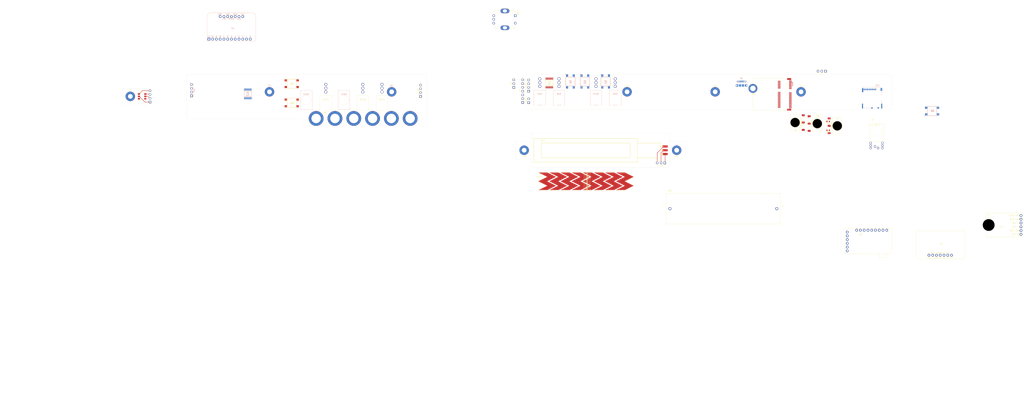
<source format=kicad_pcb>
(kicad_pcb (version 20211014) (generator pcbnew)
  (layers (0 "F.Cu" signal) (31 "B.Cu" signal) (34 "B.Paste" user) (35 "F.Paste" user) (36 "B.SilkS" user "B.Silkscreen") (37 "F.SilkS" user "F.Silkscreen") (38 "B.Mask" user) (39 "F.Mask" user) (44 "Edge.Cuts" user))
  (net 0 "")
  (net 14 "Net-(J4-PadR)")
  (net 15 "Net-(J4-PadS)")
  (net 16 "i2c_scl")
  (net 17 "GND")
  (net 25 "i2c_sda")
  (net 30 "Net-(U3-Pad16)")
  (net 45 "unconnected-(U1-Pad5)")
  (net 114 "Net-(J19-Pad6)")
  (net 118 "Net-(J19-PadP1)")
  (net 119 "Net-(J10-Pad2)")
  (net 124 "+3V3")
  (net 125 "Net-(U3-Pad5)")
  (net 126 "Net-(U3-Pad6)")
  (net 127 "Net-(U3-Pad7)")
  (net 128 "Net-(U3-Pad8)")
  (net 129 "Net-(U3-Pad9)")
  (net 137 "Net-(U3-Pad4)")
  (footprint "clarinoid2:MPR121_hdr_0keys_copy" (layer "F.Cu") (at 420.086 -46.647)
    (fp_text reference "U2")
    (fp_text value "AdafruitMPR121")
  )
  (footprint "clarinoid2:KEYSTONE_1043" (layer "F.Cu") (at 277.396 -69.242)
    (fp_text reference "BT1")
    (fp_text value "Battery_Cell")
  )
  (footprint "clarinoid2:solder point DIP 1x3" (layer "F.Cu") (at 343.896 -162.242 180)
    (fp_text reference "J1")
    (fp_text value "LEDHdr")
  )
  (footprint "clarinoid2:solder point DIP 1x7" (layer "F.Cu") (at 141.896 -148.702 90)
    (fp_text reference "J2")
    (fp_text value "OLEDHdr")
  )
  (footprint "clarinoid2:solder point DIP 1x4" (layer "F.Cu") (at -109.816 -145.162 90)
    (fp_text reference "J7")
    (fp_text value "BREATHI2CHdr")
  )
  (footprint "clarinoid2:MAT060-B100K-231-A01" (layer "F.Cu") (at 184.001 -118.912 180)
    (fp_text reference "RV2")
    (fp_text value "PITCH")
  )
  (footprint "clarinoid3:Bourns_ENC_PEC11R-4215F-S0024" (layer "F.Cu") (at 129.896 -197.242 -90)
    (fp_text reference "SW9")
    (fp_text value "Rotary_Encoder_Switch")
  )
  (footprint "clarinoid2:MB2511S2G45" (layer "F.Cu") (at 33.896 -148.162)
    (fp_text reference "SW10")
    (fp_text value "LHx1")
  )
  (footprint "clarinoid2:MB2511S2G45" (layer "F.Cu") (at 46.896 -148.162)
    (fp_text reference "SW11")
    (fp_text value "LHx2")
  )
  (footprint "clarinoid2:MB2511S2G45" (layer "F.Cu") (at 8.896 -148.162)
    (fp_text reference "SW13")
    (fp_text value "LHx3")
  )
  (footprint "clarinoid2:MH-CD42_flip_window" (layer "F.Cu") (at 467.520582 -60.274 180)
    (fp_text reference "U5")
    (fp_text value "MH-CD42")
  )
  (footprint "clarinoid2:HILETGOPCM5102" (layer "F.Cu") (at 378.896 -43.242)
    (fp_text reference "U6")
    (fp_text value "PCM5102")
  )
  (footprint "clarinoid2:SON160P500X500X140-6N" (layer "F.Cu") (at -115.15 -145.162)
    (fp_text reference "U7")
    (fp_text value "HoneywellABPMAND001PG2A3")
  )
  (footprint "CapTouchSliders:CaptouchSlider_Masked_x8_2pt_12x6x6x1.5mm" (layer "F.Cu") (at 152.396 -85.742)
    (fp_text reference "REF**")
    (fp_text value "CaptouchSlider_Masked_x8_2pt_12x6x6x1.5mm")
  )
  (footprint "MountingHole:MountingHole_3.2mm_M3_Pad" (layer "F.Cu") (at 271.896 -148.242)
    (fp_text reference "H2")
    (fp_text value "rh_h2")
  )
  (footprint "MountingHole:MountingHole_3.2mm_M3_Pad" (layer "F.Cu") (at 245.896 -108.742 180)
    (fp_text reference "H9")
    (fp_text value "pitch_h1")
  )
  (footprint "SamacSys_Parts:SOP65P640X110-16N" (layer "F.Cu") (at 159.896 -154.242 -90)
    (fp_text reference "IC1")
    (fp_text value "PCA9554APW,118" hide)
  )
  (footprint "SamacSys_Parts:B3FS-1000P" (layer "F.Cu") (at -14.104 -153.742 180)
    (fp_text reference "S1")
    (fp_text value "LHxv1" hide)
  )
  (footprint "clarinoid2:solder point DIP 1x3" (layer "F.Cu") (at 135.896 -153.782 90)
    (fp_text reference "J9")
    (fp_text value "RH_PitchHdr")
  )
  (footprint "clarinoid2:solder point DIP 1x4" (layer "F.Cu") (at 145.896 -152.432 90)
    (fp_text reference "J12")
    (fp_text value "RHI2CHdr")
  )
  (footprint "clarinoid2:solder point DIP 1x4" (layer "F.Cu") (at 72.8915 -148.972 90)
    (fp_text reference "J16")
    (fp_text value "LHI2CHdr")
  )
  (footprint "clarinoid2:CLARINOID_M6_6OCTAVES" (layer "F.Cu") (at 40.496 -130.242)
    (fp_text reference "U8")
    (fp_text value "octave_keys")
  )
  (footprint "clarinoid2:solder point DIP 1x3" (layer "F.Cu") (at 235.356 -100.202 180)
    (fp_text reference "J10")
    (fp_text value "pitch_pitchhdr")
  )
  (footprint "clarinoid2:Switchcraft_35RAPC4BH3_3.5mm_female_jack_nosw_downfacing" (layer "F.Cu") (at 354.396 -125.242)
    (fp_text reference "J4")
    (fp_text value "MIDIOut" hide)
  )
  (footprint "MountingHole:MountingHole_3.2mm_M3_Pad" (layer "F.Cu") (at 142.896 -108.742 180)
    (fp_text reference "H10")
    (fp_text value "pitch_h2")
  )
  (footprint "Resistor_SMD:R_0603_1608Metric" (layer "F.Cu") (at 348.221 -122.242 180)
    (fp_text reference "R2")
    (fp_text value "47")
  )
  (footprint "clarinoid2:Switchcraft_35RAPC4BH3_3.5mm_female_jack_nosw_downfacing" (layer "F.Cu") (at 340.896 -126.742)
    (fp_text reference "J18")
    (fp_text value "MIDIin" hide)
  )
  (footprint "MountingHole:MountingHole_3.2mm_M3_Pad" (layer "F.Cu") (at 329.896 -148.242)
    (fp_text reference "H1")
    (fp_text value "rh_h1")
  )
  (footprint "clarinoid2:Switchcraft_35RAPC4BH3_3.5mm_female_jack_nosw_downfacing" (layer "F.Cu") (at 325.896 -127.492 180)
    (fp_text reference "J5")
    (fp_text value "AudioOut" hide)
  )
  (footprint "MountingHole:MountingHole_3.2mm_M3_Pad" (layer "F.Cu") (at -123.104 -145.162)
    (fp_text reference "H4")
    (fp_text value "breath_h1")
  )
  (footprint "SamacSys_Parts:B3FS-1000P" (layer "F.Cu") (at -14.104 -140.742 180)
    (fp_text reference "S5")
    (fp_text value "LHxv2" hide)
  )
  (footprint "clarinoid2:Wurth_9774025151_M2.5_spacer_for_micromod" (layer "F.Cu") (at 297.396 -150.542 180)
    (fp_text reference "H8")
    (fp_text value "micromod_spacer")
  )
  (footprint "Resistor_SMD:R_0603_1608Metric" (layer "F.Cu") (at 348.221 -128.242 180)
    (fp_text reference "R1")
    (fp_text value "47")
  )
  (footprint "clarinoid2:Teensy_4.0_MicroMod_nospacer" (layer "F.Cu") (at 314.896 -149.242 180)
    (fp_text reference "U1" hide)
    (fp_text value "Teensy_4.0_MicroMod" hide)
  )
  (footprint "clarinoid2:solder point DIP 1x2" (layer "F.Cu") (at 145.896 -142.242 90)
    (fp_text reference "J13")
    (fp_text value "RHencHdr")
  )
  (footprint "clarinoid2:Bourns_POT_PTR902-2020K-A103_PANEL" (layer "F.Cu") (at 380.896 -121.742)
    (fp_text reference "J3")
    (fp_text value "StereoPot_SW")
  )
  (footprint "MountingHole:MountingHole_3.2mm_M3_Pad" (layer "F.Cu") (at 212.396 -148.242)
    (fp_text reference "H3")
    (fp_text value "rh_h3")
  )
  (footprint "clarinoid2:MPR121_hdr_12keys" (layer "B.Cu") (at -58.604 -190.242)
    (fp_text reference "U3")
    (fp_text value "AdafruitMPR121")
  )
  (footprint "clarinoid2:MB2511S2G45" (layer "B.Cu") (at 153.436 -151.942 180)
    (fp_text reference "SW3")
    (fp_text value "RHx1")
  )
  (footprint "clarinoid2:MB2511S2G45" (layer "B.Cu") (at 204.436 -151.942 180)
    (fp_text reference "SW5")
    (fp_text value "RHx2")
  )
  (footprint "clarinoid2:MB2511S2G45" (layer "B.Cu") (at 166.436 -151.942 180)
    (fp_text reference "SW6")
    (fp_text value "RHx3")
  )
  (footprint "clarinoid2:MB2511S4W01-BC" (layer "B.Cu") (at -4.314 -143.362 180)
    (fp_text reference "SW12")
    (fp_text value "LHback")
  )
  (footprint "clarinoid2:MB2511S4W01-BC" (layer "B.Cu") (at 21.086 -143.362 180)
    (fp_text reference "SW14")
    (fp_text value "LHok")
  )
  (footprint "MountingHole:MountingHole_3.2mm_M3_Pad" (layer "B.Cu") (at -29.104 -148.242 180)
    (fp_text reference "H7")
    (fp_text value "lh_h2")
  )
  (footprint "clarinoid2:solder point DIP 1x4" (layer "B.Cu") (at -81.75 -149.336 90)
    (fp_text reference "J20")
    (fp_text value "LH-BREATHI2CHdr")
  )
  (footprint "clarinoid2:MOLEX_503398-1892" (layer "B.Cu") (at 377.896 -144.242 180)
    (fp_text reference "J19")
    (fp_text value "Molex microSD 503398-1892")
  )
  (footprint "SamacSys_Parts:B3FS-1000P" (layer "B.Cu") (at 174.146 -155.242 90)
    (fp_text reference "S4")
    (fp_text value "RHxv3" hide)
  )
  (footprint "clarinoid2:MB2511S2G45" (layer "B.Cu") (at 191.436 -151.942 180)
    (fp_text reference "SW15")
    (fp_text value "RHx4")
  )
  (footprint "SamacSys_Parts:SOP65P640X110-16N" (layer "B.Cu") (at -43.744 -146.862 90)
    (fp_text reference "IC2")
    (fp_text value "PCA9554APW,118" hide)
  )
  (footprint "SamacSys_Parts:B3FS-1000P" (layer "B.Cu") (at 197.896 -155.242 90)
    (fp_text reference "S2")
    (fp_text value "RHxv1" hide)
  )
  (footprint "MountingHole:MountingHole_3.2mm_M3_Pad" (layer "B.Cu") (at 53.396 -148.242 180)
    (fp_text reference "H5")
    (fp_text value "lh_h1")
  )
  (footprint "SamacSys_Parts:B3FS-1000P" (layer "B.Cu") (at 183.896 -155.242 90)
    (fp_text reference "S3")
    (fp_text value "RHxv2" hide)
  )
  (footprint "Connector_USB:USB_Micro-B_Amphenol_10118194_Horizontal" (layer "B.Cu") (at 289.796 -153.842 180)
    (fp_text reference "J8")
    (fp_text value "USB_B_Micro")
  )
  (footprint "SamacSys_Parts:B3FS-1000P" (layer "B.Cu") (at 418.396 -135.242 180)
    (fp_text reference "S6")
    (fp_text value "charge_ind_btn" hide)
  )
  (gr_arc (start -9.104 -130.242) (mid -7.689786 -129.656214) (end -7.104 -128.242) (layer "Edge.Cuts") (width 0.05))
  (gr_line (start 136.896 -102.742) (end 147.896 -102.742) (layer "Edge.Cuts") (width 0.05))
  (gr_line (start 147.896 -114.742) (end 147.896 -120.202) (layer "Edge.Cuts") (width 0.05))
  (gr_line (start 147.896 -102.742) (end 147.896 -97.202) (layer "Edge.Cuts") (width 0.05))
  (gr_line (start 136.896 -114.742) (end 136.896 -102.742) (layer "Edge.Cuts") (width 0.05))
  (gr_line (start 74.896 -125.242) (end -5.104 -125.242) (layer "Edge.Cuts") (width 0.05))
  (gr_line (start -7.104 -128.242) (end -7.104 -127.242) (layer "Edge.Cuts") (width 0.05))
  (gr_line (start -85.104 -160.242) (end -85.104 -130.242) (layer "Edge.Cuts") (width 0.05))
  (gr_line (start 240.896 -97.202) (end 240.896 -102.742) (layer "Edge.Cuts") (width 0.05))
  (gr_line (start 76.896 -160.242) (end 76.896 -127.242) (layer "Edge.Cuts") (width 0.05))
  (gr_line (start 240.896 -102.742) (end 251.896 -102.742) (layer "Edge.Cuts") (width 0.05))
  (gr_line (start 240.896 -97.202) (end 147.896 -97.202) (layer "Edge.Cuts") (width 0.05))
  (gr_line (start 240.896 -114.742) (end 240.896 -120.202) (layer "Edge.Cuts") (width 0.05))
  (gr_line (start 143.896 -160.242) (end 143.896 -136.242) (layer "Edge.Cuts") (width 0.05))
  (gr_line (start 390.896 -160.242) (end 143.896 -160.242) (layer "Edge.Cuts") (width 0.05))
  (gr_line (start 390.896 -160.242) (end 390.896 -136.242) (layer "Edge.Cuts") (width 0.05))
  (gr_line (start 251.896 -114.742) (end 251.896 -102.742) (layer "Edge.Cuts") (width 0.05))
  (gr_line (start 136.896 -114.742) (end 147.896 -114.742) (layer "Edge.Cuts") (width 0.05))
  (gr_arc (start 76.896 -127.242) (mid 76.310214 -125.827786) (end 74.896 -125.242) (layer "Edge.Cuts") (width 0.05))
  (gr_line (start 240.896 -114.742) (end 251.896 -114.742) (layer "Edge.Cuts") (width 0.05))
  (gr_line (start -85.104 -160.242) (end 76.896 -160.242) (layer "Edge.Cuts") (width 0.05))
  (gr_arc (start -5.104 -125.242) (mid -6.518214 -125.827786) (end -7.104 -127.242) (layer "Edge.Cuts") (width 0.05))
  (gr_line (start 147.896 -120.202) (end 240.896 -120.202) (layer "Edge.Cuts") (width 0.05))
  (gr_line (start 143.896 -136.242) (end 390.896 -136.242) (layer "Edge.Cuts") (width 0.05))
  (gr_rect (start -128.104 -150.242) (end -108.29 -140.082) (layer "Edge.Cuts") (width 0.05) (fill none))
  (gr_line (start -85.104 -130.242) (end -9.104 -130.242) (layer "Edge.Cuts") (width 0.05))
  (segment (start -113 -146.762) (end -110.146 -146.762) (width 0.25) (layer "F.Cu") (net 16))
  (segment (start -110.146 -146.762) (end -109.816 -146.432) (width 0.25) (layer "F.Cu") (net 16))
  (segment (start 238.071 -111.282) (end 237.071 -111.282) (width 0.25) (layer "F.Cu") (net 17))
  (segment (start -109.816 -148.972) (end -115.09 -148.972) (width 0.25) (layer "F.Cu") (net 17))
  (segment (start -115.09 -148.972) (end -117.3 -146.762) (width 0.25) (layer "F.Cu") (net 17))
  (segment (start 232.816 -107.027) (end 232.816 -100.202) (width 0.25) (layer "F.Cu") (net 17))
  (segment (start 237.071 -111.282) (end 232.816 -107.027) (width 0.25) (layer "F.Cu") (net 17))
  (segment (start -113 -145.162) (end -111.086 -145.162) (width 0.25) (layer "F.Cu") (net 25))
  (segment (start -111.086 -145.162) (end -109.816 -143.892) (width 0.25) (layer "F.Cu") (net 25))
  (segment (start 323.870022 -154.792) (end 324.196 -154.466022) (width 0.25) (layer "F.Cu") (net 45))
  (segment (start 324.196 -154.466022) (end 324.196 -152.142) (width 0.25) (layer "F.Cu") (net 45))
  (segment (start 322.671 -154.792) (end 323.870022 -154.792) (width 0.25) (layer "F.Cu") (net 45))
  (segment (start 238.071 -108.742) (end 237.071 -108.742) (width 0.25) (layer "F.Cu") (net 119))
  (segment (start 235.356 -107.027) (end 235.356 -100.202) (width 0.25) (layer "F.Cu") (net 119))
  (segment (start 237.071 -108.742) (end 235.356 -107.027) (width 0.25) (layer "F.Cu") (net 119))
  (segment (start -117.11 -145.162) (end -113.3 -141.352) (width 0.25) (layer "F.Cu") (net 124))
  (segment (start 238.071 -100.377) (end 237.896 -100.202) (width 0.25) (layer "F.Cu") (net 124))
  (segment (start -117.3 -145.162) (end -117.11 -145.162) (width 0.25) (layer "F.Cu") (net 124))
  (segment (start 238.071 -106.202) (end 238.071 -100.377) (width 0.25) (layer "F.Cu") (net 124))
  (segment (start -113.3 -141.352) (end -109.816 -141.352) (width 0.25) (layer "F.Cu") (net 124))
)
</source>
